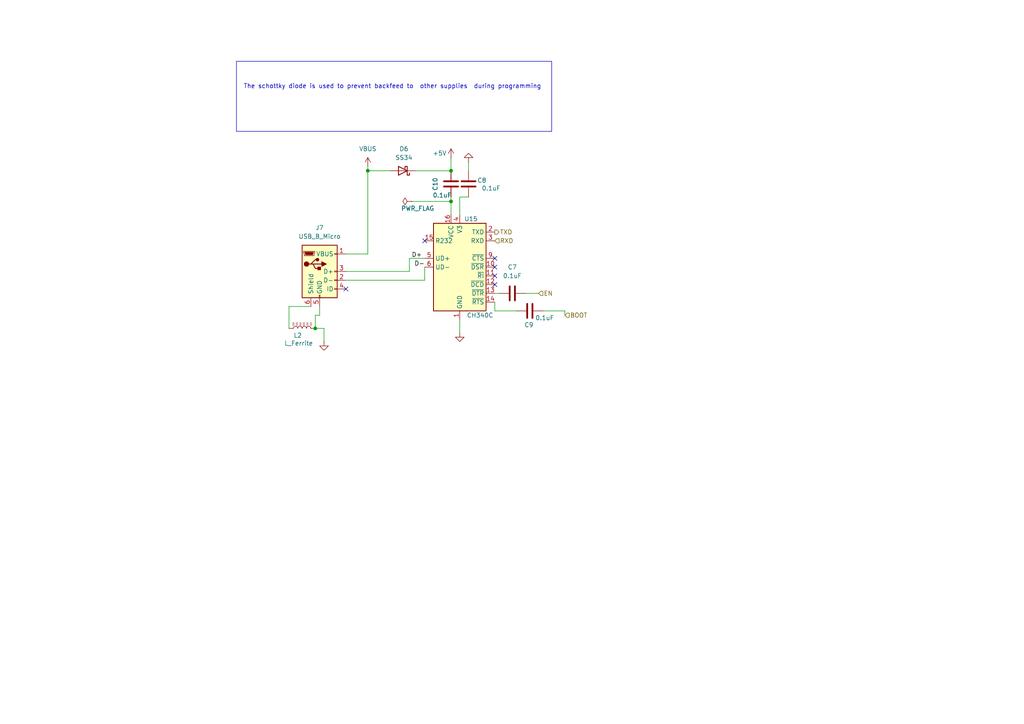
<source format=kicad_sch>
(kicad_sch
	(version 20231120)
	(generator "eeschema")
	(generator_version "8.0")
	(uuid "27084395-3857-4242-9b84-17ee9ddfb7ae")
	(paper "A4")
	(lib_symbols
		(symbol "Connector:USB_B_Micro"
			(pin_names
				(offset 1.016)
			)
			(exclude_from_sim no)
			(in_bom yes)
			(on_board yes)
			(property "Reference" "J"
				(at -5.08 11.43 0)
				(effects
					(font
						(size 1.27 1.27)
					)
					(justify left)
				)
			)
			(property "Value" "USB_B_Micro"
				(at -5.08 8.89 0)
				(effects
					(font
						(size 1.27 1.27)
					)
					(justify left)
				)
			)
			(property "Footprint" ""
				(at 3.81 -1.27 0)
				(effects
					(font
						(size 1.27 1.27)
					)
					(hide yes)
				)
			)
			(property "Datasheet" "~"
				(at 3.81 -1.27 0)
				(effects
					(font
						(size 1.27 1.27)
					)
					(hide yes)
				)
			)
			(property "Description" "USB Micro Type B connector"
				(at 0 0 0)
				(effects
					(font
						(size 1.27 1.27)
					)
					(hide yes)
				)
			)
			(property "ki_keywords" "connector USB micro"
				(at 0 0 0)
				(effects
					(font
						(size 1.27 1.27)
					)
					(hide yes)
				)
			)
			(property "ki_fp_filters" "USB*"
				(at 0 0 0)
				(effects
					(font
						(size 1.27 1.27)
					)
					(hide yes)
				)
			)
			(symbol "USB_B_Micro_0_1"
				(rectangle
					(start -5.08 -7.62)
					(end 5.08 7.62)
					(stroke
						(width 0.254)
						(type default)
					)
					(fill
						(type background)
					)
				)
				(circle
					(center -3.81 2.159)
					(radius 0.635)
					(stroke
						(width 0.254)
						(type default)
					)
					(fill
						(type outline)
					)
				)
				(circle
					(center -0.635 3.429)
					(radius 0.381)
					(stroke
						(width 0.254)
						(type default)
					)
					(fill
						(type outline)
					)
				)
				(rectangle
					(start -0.127 -7.62)
					(end 0.127 -6.858)
					(stroke
						(width 0)
						(type default)
					)
					(fill
						(type none)
					)
				)
				(polyline
					(pts
						(xy -1.905 2.159) (xy 0.635 2.159)
					)
					(stroke
						(width 0.254)
						(type default)
					)
					(fill
						(type none)
					)
				)
				(polyline
					(pts
						(xy -3.175 2.159) (xy -2.54 2.159) (xy -1.27 3.429) (xy -0.635 3.429)
					)
					(stroke
						(width 0.254)
						(type default)
					)
					(fill
						(type none)
					)
				)
				(polyline
					(pts
						(xy -2.54 2.159) (xy -1.905 2.159) (xy -1.27 0.889) (xy 0 0.889)
					)
					(stroke
						(width 0.254)
						(type default)
					)
					(fill
						(type none)
					)
				)
				(polyline
					(pts
						(xy 0.635 2.794) (xy 0.635 1.524) (xy 1.905 2.159) (xy 0.635 2.794)
					)
					(stroke
						(width 0.254)
						(type default)
					)
					(fill
						(type outline)
					)
				)
				(polyline
					(pts
						(xy -4.318 5.588) (xy -1.778 5.588) (xy -2.032 4.826) (xy -4.064 4.826) (xy -4.318 5.588)
					)
					(stroke
						(width 0)
						(type default)
					)
					(fill
						(type outline)
					)
				)
				(polyline
					(pts
						(xy -4.699 5.842) (xy -4.699 5.588) (xy -4.445 4.826) (xy -4.445 4.572) (xy -1.651 4.572) (xy -1.651 4.826)
						(xy -1.397 5.588) (xy -1.397 5.842) (xy -4.699 5.842)
					)
					(stroke
						(width 0)
						(type default)
					)
					(fill
						(type none)
					)
				)
				(rectangle
					(start 0.254 1.27)
					(end -0.508 0.508)
					(stroke
						(width 0.254)
						(type default)
					)
					(fill
						(type outline)
					)
				)
				(rectangle
					(start 5.08 -5.207)
					(end 4.318 -4.953)
					(stroke
						(width 0)
						(type default)
					)
					(fill
						(type none)
					)
				)
				(rectangle
					(start 5.08 -2.667)
					(end 4.318 -2.413)
					(stroke
						(width 0)
						(type default)
					)
					(fill
						(type none)
					)
				)
				(rectangle
					(start 5.08 -0.127)
					(end 4.318 0.127)
					(stroke
						(width 0)
						(type default)
					)
					(fill
						(type none)
					)
				)
				(rectangle
					(start 5.08 4.953)
					(end 4.318 5.207)
					(stroke
						(width 0)
						(type default)
					)
					(fill
						(type none)
					)
				)
			)
			(symbol "USB_B_Micro_1_1"
				(pin power_out line
					(at 7.62 5.08 180)
					(length 2.54)
					(name "VBUS"
						(effects
							(font
								(size 1.27 1.27)
							)
						)
					)
					(number "1"
						(effects
							(font
								(size 1.27 1.27)
							)
						)
					)
				)
				(pin bidirectional line
					(at 7.62 -2.54 180)
					(length 2.54)
					(name "D-"
						(effects
							(font
								(size 1.27 1.27)
							)
						)
					)
					(number "2"
						(effects
							(font
								(size 1.27 1.27)
							)
						)
					)
				)
				(pin bidirectional line
					(at 7.62 0 180)
					(length 2.54)
					(name "D+"
						(effects
							(font
								(size 1.27 1.27)
							)
						)
					)
					(number "3"
						(effects
							(font
								(size 1.27 1.27)
							)
						)
					)
				)
				(pin passive line
					(at 7.62 -5.08 180)
					(length 2.54)
					(name "ID"
						(effects
							(font
								(size 1.27 1.27)
							)
						)
					)
					(number "4"
						(effects
							(font
								(size 1.27 1.27)
							)
						)
					)
				)
				(pin power_out line
					(at 0 -10.16 90)
					(length 2.54)
					(name "GND"
						(effects
							(font
								(size 1.27 1.27)
							)
						)
					)
					(number "5"
						(effects
							(font
								(size 1.27 1.27)
							)
						)
					)
				)
				(pin passive line
					(at -2.54 -10.16 90)
					(length 2.54)
					(name "Shield"
						(effects
							(font
								(size 1.27 1.27)
							)
						)
					)
					(number "6"
						(effects
							(font
								(size 1.27 1.27)
							)
						)
					)
				)
			)
		)
		(symbol "Device:C"
			(pin_numbers hide)
			(pin_names
				(offset 0.254)
			)
			(exclude_from_sim no)
			(in_bom yes)
			(on_board yes)
			(property "Reference" "C"
				(at 0.635 2.54 0)
				(effects
					(font
						(size 1.27 1.27)
					)
					(justify left)
				)
			)
			(property "Value" "C"
				(at 0.635 -2.54 0)
				(effects
					(font
						(size 1.27 1.27)
					)
					(justify left)
				)
			)
			(property "Footprint" ""
				(at 0.9652 -3.81 0)
				(effects
					(font
						(size 1.27 1.27)
					)
					(hide yes)
				)
			)
			(property "Datasheet" "~"
				(at 0 0 0)
				(effects
					(font
						(size 1.27 1.27)
					)
					(hide yes)
				)
			)
			(property "Description" "Unpolarized capacitor"
				(at 0 0 0)
				(effects
					(font
						(size 1.27 1.27)
					)
					(hide yes)
				)
			)
			(property "ki_keywords" "cap capacitor"
				(at 0 0 0)
				(effects
					(font
						(size 1.27 1.27)
					)
					(hide yes)
				)
			)
			(property "ki_fp_filters" "C_*"
				(at 0 0 0)
				(effects
					(font
						(size 1.27 1.27)
					)
					(hide yes)
				)
			)
			(symbol "C_0_1"
				(polyline
					(pts
						(xy -2.032 -0.762) (xy 2.032 -0.762)
					)
					(stroke
						(width 0.508)
						(type default)
					)
					(fill
						(type none)
					)
				)
				(polyline
					(pts
						(xy -2.032 0.762) (xy 2.032 0.762)
					)
					(stroke
						(width 0.508)
						(type default)
					)
					(fill
						(type none)
					)
				)
			)
			(symbol "C_1_1"
				(pin passive line
					(at 0 3.81 270)
					(length 2.794)
					(name "~"
						(effects
							(font
								(size 1.27 1.27)
							)
						)
					)
					(number "1"
						(effects
							(font
								(size 1.27 1.27)
							)
						)
					)
				)
				(pin passive line
					(at 0 -3.81 90)
					(length 2.794)
					(name "~"
						(effects
							(font
								(size 1.27 1.27)
							)
						)
					)
					(number "2"
						(effects
							(font
								(size 1.27 1.27)
							)
						)
					)
				)
			)
		)
		(symbol "Device:L_Ferrite"
			(pin_numbers hide)
			(pin_names
				(offset 1.016) hide)
			(exclude_from_sim no)
			(in_bom yes)
			(on_board yes)
			(property "Reference" "L"
				(at -1.27 0 90)
				(effects
					(font
						(size 1.27 1.27)
					)
				)
			)
			(property "Value" "L_Ferrite"
				(at 2.794 0 90)
				(effects
					(font
						(size 1.27 1.27)
					)
				)
			)
			(property "Footprint" ""
				(at 0 0 0)
				(effects
					(font
						(size 1.27 1.27)
					)
					(hide yes)
				)
			)
			(property "Datasheet" "~"
				(at 0 0 0)
				(effects
					(font
						(size 1.27 1.27)
					)
					(hide yes)
				)
			)
			(property "Description" "Inductor with ferrite core"
				(at 0 0 0)
				(effects
					(font
						(size 1.27 1.27)
					)
					(hide yes)
				)
			)
			(property "ki_keywords" "inductor choke coil reactor magnetic"
				(at 0 0 0)
				(effects
					(font
						(size 1.27 1.27)
					)
					(hide yes)
				)
			)
			(property "ki_fp_filters" "Choke_* *Coil* Inductor_* L_*"
				(at 0 0 0)
				(effects
					(font
						(size 1.27 1.27)
					)
					(hide yes)
				)
			)
			(symbol "L_Ferrite_0_1"
				(arc
					(start 0 -2.54)
					(mid 0.6323 -1.905)
					(end 0 -1.27)
					(stroke
						(width 0)
						(type default)
					)
					(fill
						(type none)
					)
				)
				(arc
					(start 0 -1.27)
					(mid 0.6323 -0.635)
					(end 0 0)
					(stroke
						(width 0)
						(type default)
					)
					(fill
						(type none)
					)
				)
				(polyline
					(pts
						(xy 1.016 -2.794) (xy 1.016 -2.286)
					)
					(stroke
						(width 0)
						(type default)
					)
					(fill
						(type none)
					)
				)
				(polyline
					(pts
						(xy 1.016 -1.778) (xy 1.016 -1.27)
					)
					(stroke
						(width 0)
						(type default)
					)
					(fill
						(type none)
					)
				)
				(polyline
					(pts
						(xy 1.016 -0.762) (xy 1.016 -0.254)
					)
					(stroke
						(width 0)
						(type default)
					)
					(fill
						(type none)
					)
				)
				(polyline
					(pts
						(xy 1.016 0.254) (xy 1.016 0.762)
					)
					(stroke
						(width 0)
						(type default)
					)
					(fill
						(type none)
					)
				)
				(polyline
					(pts
						(xy 1.016 1.27) (xy 1.016 1.778)
					)
					(stroke
						(width 0)
						(type default)
					)
					(fill
						(type none)
					)
				)
				(polyline
					(pts
						(xy 1.016 2.286) (xy 1.016 2.794)
					)
					(stroke
						(width 0)
						(type default)
					)
					(fill
						(type none)
					)
				)
				(polyline
					(pts
						(xy 1.524 -2.286) (xy 1.524 -2.794)
					)
					(stroke
						(width 0)
						(type default)
					)
					(fill
						(type none)
					)
				)
				(polyline
					(pts
						(xy 1.524 -1.27) (xy 1.524 -1.778)
					)
					(stroke
						(width 0)
						(type default)
					)
					(fill
						(type none)
					)
				)
				(polyline
					(pts
						(xy 1.524 -0.254) (xy 1.524 -0.762)
					)
					(stroke
						(width 0)
						(type default)
					)
					(fill
						(type none)
					)
				)
				(polyline
					(pts
						(xy 1.524 0.762) (xy 1.524 0.254)
					)
					(stroke
						(width 0)
						(type default)
					)
					(fill
						(type none)
					)
				)
				(polyline
					(pts
						(xy 1.524 1.778) (xy 1.524 1.27)
					)
					(stroke
						(width 0)
						(type default)
					)
					(fill
						(type none)
					)
				)
				(polyline
					(pts
						(xy 1.524 2.794) (xy 1.524 2.286)
					)
					(stroke
						(width 0)
						(type default)
					)
					(fill
						(type none)
					)
				)
				(arc
					(start 0 0)
					(mid 0.6323 0.635)
					(end 0 1.27)
					(stroke
						(width 0)
						(type default)
					)
					(fill
						(type none)
					)
				)
				(arc
					(start 0 1.27)
					(mid 0.6323 1.905)
					(end 0 2.54)
					(stroke
						(width 0)
						(type default)
					)
					(fill
						(type none)
					)
				)
			)
			(symbol "L_Ferrite_1_1"
				(pin passive line
					(at 0 3.81 270)
					(length 1.27)
					(name "1"
						(effects
							(font
								(size 1.27 1.27)
							)
						)
					)
					(number "1"
						(effects
							(font
								(size 1.27 1.27)
							)
						)
					)
				)
				(pin passive line
					(at 0 -3.81 90)
					(length 1.27)
					(name "2"
						(effects
							(font
								(size 1.27 1.27)
							)
						)
					)
					(number "2"
						(effects
							(font
								(size 1.27 1.27)
							)
						)
					)
				)
			)
		)
		(symbol "Diode:SS34"
			(pin_numbers hide)
			(pin_names
				(offset 1.016) hide)
			(exclude_from_sim no)
			(in_bom yes)
			(on_board yes)
			(property "Reference" "D"
				(at 0 2.54 0)
				(effects
					(font
						(size 1.27 1.27)
					)
				)
			)
			(property "Value" "SS34"
				(at 0 -2.54 0)
				(effects
					(font
						(size 1.27 1.27)
					)
				)
			)
			(property "Footprint" "Diode_SMD:D_SMA"
				(at 0 -4.445 0)
				(effects
					(font
						(size 1.27 1.27)
					)
					(hide yes)
				)
			)
			(property "Datasheet" "https://www.vishay.com/docs/88751/ss32.pdf"
				(at 0 0 0)
				(effects
					(font
						(size 1.27 1.27)
					)
					(hide yes)
				)
			)
			(property "Description" "40V 3A Schottky Diode, SMA"
				(at 0 0 0)
				(effects
					(font
						(size 1.27 1.27)
					)
					(hide yes)
				)
			)
			(property "ki_keywords" "diode Schottky"
				(at 0 0 0)
				(effects
					(font
						(size 1.27 1.27)
					)
					(hide yes)
				)
			)
			(property "ki_fp_filters" "D*SMA*"
				(at 0 0 0)
				(effects
					(font
						(size 1.27 1.27)
					)
					(hide yes)
				)
			)
			(symbol "SS34_0_1"
				(polyline
					(pts
						(xy 1.27 0) (xy -1.27 0)
					)
					(stroke
						(width 0)
						(type default)
					)
					(fill
						(type none)
					)
				)
				(polyline
					(pts
						(xy 1.27 1.27) (xy 1.27 -1.27) (xy -1.27 0) (xy 1.27 1.27)
					)
					(stroke
						(width 0.254)
						(type default)
					)
					(fill
						(type none)
					)
				)
				(polyline
					(pts
						(xy -1.905 0.635) (xy -1.905 1.27) (xy -1.27 1.27) (xy -1.27 -1.27) (xy -0.635 -1.27) (xy -0.635 -0.635)
					)
					(stroke
						(width 0.254)
						(type default)
					)
					(fill
						(type none)
					)
				)
			)
			(symbol "SS34_1_1"
				(pin passive line
					(at -3.81 0 0)
					(length 2.54)
					(name "K"
						(effects
							(font
								(size 1.27 1.27)
							)
						)
					)
					(number "1"
						(effects
							(font
								(size 1.27 1.27)
							)
						)
					)
				)
				(pin passive line
					(at 3.81 0 180)
					(length 2.54)
					(name "A"
						(effects
							(font
								(size 1.27 1.27)
							)
						)
					)
					(number "2"
						(effects
							(font
								(size 1.27 1.27)
							)
						)
					)
				)
			)
		)
		(symbol "Interface_USB:CH340C"
			(exclude_from_sim no)
			(in_bom yes)
			(on_board yes)
			(property "Reference" "U"
				(at -5.08 13.97 0)
				(effects
					(font
						(size 1.27 1.27)
					)
					(justify right)
				)
			)
			(property "Value" "CH340C"
				(at 1.27 13.97 0)
				(effects
					(font
						(size 1.27 1.27)
					)
					(justify left)
				)
			)
			(property "Footprint" "Package_SO:SOIC-16_3.9x9.9mm_P1.27mm"
				(at -18.542 30.226 0)
				(effects
					(font
						(size 1.27 1.27)
					)
					(justify left)
					(hide yes)
				)
			)
			(property "Datasheet" "https://datasheet.lcsc.com/szlcsc/Jiangsu-Qin-Heng-CH340C_C84681.pdf"
				(at -6.604 33.274 0)
				(effects
					(font
						(size 1.27 1.27)
					)
					(hide yes)
				)
			)
			(property "Description" "USB serial converter, crystal-less, UART, SOIC-16"
				(at -1.524 36.068 0)
				(effects
					(font
						(size 1.27 1.27)
					)
					(hide yes)
				)
			)
			(property "ki_keywords" "USB UART Serial Converter Interface"
				(at 0 0 0)
				(effects
					(font
						(size 1.27 1.27)
					)
					(hide yes)
				)
			)
			(property "ki_fp_filters" "SOIC*3.9x9.9mm*P1.27mm*"
				(at 0 0 0)
				(effects
					(font
						(size 1.27 1.27)
					)
					(hide yes)
				)
			)
			(symbol "CH340C_0_1"
				(rectangle
					(start -7.62 12.7)
					(end 7.62 -12.7)
					(stroke
						(width 0.254)
						(type default)
					)
					(fill
						(type background)
					)
				)
			)
			(symbol "CH340C_1_1"
				(pin power_in line
					(at 0 -15.24 90)
					(length 2.54)
					(name "GND"
						(effects
							(font
								(size 1.27 1.27)
							)
						)
					)
					(number "1"
						(effects
							(font
								(size 1.27 1.27)
							)
						)
					)
				)
				(pin input line
					(at 10.16 0 180)
					(length 2.54)
					(name "~{DSR}"
						(effects
							(font
								(size 1.27 1.27)
							)
						)
					)
					(number "10"
						(effects
							(font
								(size 1.27 1.27)
							)
						)
					)
				)
				(pin input line
					(at 10.16 -2.54 180)
					(length 2.54)
					(name "~{RI}"
						(effects
							(font
								(size 1.27 1.27)
							)
						)
					)
					(number "11"
						(effects
							(font
								(size 1.27 1.27)
							)
						)
					)
				)
				(pin input line
					(at 10.16 -5.08 180)
					(length 2.54)
					(name "~{DCD}"
						(effects
							(font
								(size 1.27 1.27)
							)
						)
					)
					(number "12"
						(effects
							(font
								(size 1.27 1.27)
							)
						)
					)
				)
				(pin output line
					(at 10.16 -7.62 180)
					(length 2.54)
					(name "~{DTR}"
						(effects
							(font
								(size 1.27 1.27)
							)
						)
					)
					(number "13"
						(effects
							(font
								(size 1.27 1.27)
							)
						)
					)
				)
				(pin output line
					(at 10.16 -10.16 180)
					(length 2.54)
					(name "~{RTS}"
						(effects
							(font
								(size 1.27 1.27)
							)
						)
					)
					(number "14"
						(effects
							(font
								(size 1.27 1.27)
							)
						)
					)
				)
				(pin input line
					(at -10.16 7.62 0)
					(length 2.54)
					(name "R232"
						(effects
							(font
								(size 1.27 1.27)
							)
						)
					)
					(number "15"
						(effects
							(font
								(size 1.27 1.27)
							)
						)
					)
				)
				(pin power_in line
					(at -2.54 15.24 270)
					(length 2.54)
					(name "VCC"
						(effects
							(font
								(size 1.27 1.27)
							)
						)
					)
					(number "16"
						(effects
							(font
								(size 1.27 1.27)
							)
						)
					)
				)
				(pin output line
					(at 10.16 10.16 180)
					(length 2.54)
					(name "TXD"
						(effects
							(font
								(size 1.27 1.27)
							)
						)
					)
					(number "2"
						(effects
							(font
								(size 1.27 1.27)
							)
						)
					)
				)
				(pin input line
					(at 10.16 7.62 180)
					(length 2.54)
					(name "RXD"
						(effects
							(font
								(size 1.27 1.27)
							)
						)
					)
					(number "3"
						(effects
							(font
								(size 1.27 1.27)
							)
						)
					)
				)
				(pin power_out line
					(at 0 15.24 270)
					(length 2.54)
					(name "V3"
						(effects
							(font
								(size 1.27 1.27)
							)
						)
					)
					(number "4"
						(effects
							(font
								(size 1.27 1.27)
							)
						)
					)
				)
				(pin bidirectional line
					(at -10.16 2.54 0)
					(length 2.54)
					(name "UD+"
						(effects
							(font
								(size 1.27 1.27)
							)
						)
					)
					(number "5"
						(effects
							(font
								(size 1.27 1.27)
							)
						)
					)
				)
				(pin bidirectional line
					(at -10.16 0 0)
					(length 2.54)
					(name "UD-"
						(effects
							(font
								(size 1.27 1.27)
							)
						)
					)
					(number "6"
						(effects
							(font
								(size 1.27 1.27)
							)
						)
					)
				)
				(pin no_connect line
					(at -7.62 -5.08 0)
					(length 2.54) hide
					(name "NC"
						(effects
							(font
								(size 1.27 1.27)
							)
						)
					)
					(number "7"
						(effects
							(font
								(size 1.27 1.27)
							)
						)
					)
				)
				(pin no_connect line
					(at -7.62 -7.62 0)
					(length 2.54) hide
					(name "NC"
						(effects
							(font
								(size 1.27 1.27)
							)
						)
					)
					(number "8"
						(effects
							(font
								(size 1.27 1.27)
							)
						)
					)
				)
				(pin input line
					(at 10.16 2.54 180)
					(length 2.54)
					(name "~{CTS}"
						(effects
							(font
								(size 1.27 1.27)
							)
						)
					)
					(number "9"
						(effects
							(font
								(size 1.27 1.27)
							)
						)
					)
				)
			)
		)
		(symbol "power:+5V"
			(power)
			(pin_numbers hide)
			(pin_names
				(offset 0) hide)
			(exclude_from_sim no)
			(in_bom yes)
			(on_board yes)
			(property "Reference" "#PWR"
				(at 0 -3.81 0)
				(effects
					(font
						(size 1.27 1.27)
					)
					(hide yes)
				)
			)
			(property "Value" "+5V"
				(at 0 3.556 0)
				(effects
					(font
						(size 1.27 1.27)
					)
				)
			)
			(property "Footprint" ""
				(at 0 0 0)
				(effects
					(font
						(size 1.27 1.27)
					)
					(hide yes)
				)
			)
			(property "Datasheet" ""
				(at 0 0 0)
				(effects
					(font
						(size 1.27 1.27)
					)
					(hide yes)
				)
			)
			(property "Description" "Power symbol creates a global label with name \"+5V\""
				(at 0 0 0)
				(effects
					(font
						(size 1.27 1.27)
					)
					(hide yes)
				)
			)
			(property "ki_keywords" "global power"
				(at 0 0 0)
				(effects
					(font
						(size 1.27 1.27)
					)
					(hide yes)
				)
			)
			(symbol "+5V_0_1"
				(polyline
					(pts
						(xy -0.762 1.27) (xy 0 2.54)
					)
					(stroke
						(width 0)
						(type default)
					)
					(fill
						(type none)
					)
				)
				(polyline
					(pts
						(xy 0 0) (xy 0 2.54)
					)
					(stroke
						(width 0)
						(type default)
					)
					(fill
						(type none)
					)
				)
				(polyline
					(pts
						(xy 0 2.54) (xy 0.762 1.27)
					)
					(stroke
						(width 0)
						(type default)
					)
					(fill
						(type none)
					)
				)
			)
			(symbol "+5V_1_1"
				(pin power_in line
					(at 0 0 90)
					(length 0)
					(name "~"
						(effects
							(font
								(size 1.27 1.27)
							)
						)
					)
					(number "1"
						(effects
							(font
								(size 1.27 1.27)
							)
						)
					)
				)
			)
		)
		(symbol "power:GND"
			(power)
			(pin_numbers hide)
			(pin_names
				(offset 0) hide)
			(exclude_from_sim no)
			(in_bom yes)
			(on_board yes)
			(property "Reference" "#PWR"
				(at 0 -6.35 0)
				(effects
					(font
						(size 1.27 1.27)
					)
					(hide yes)
				)
			)
			(property "Value" "GND"
				(at 0 -3.81 0)
				(effects
					(font
						(size 1.27 1.27)
					)
				)
			)
			(property "Footprint" ""
				(at 0 0 0)
				(effects
					(font
						(size 1.27 1.27)
					)
					(hide yes)
				)
			)
			(property "Datasheet" ""
				(at 0 0 0)
				(effects
					(font
						(size 1.27 1.27)
					)
					(hide yes)
				)
			)
			(property "Description" "Power symbol creates a global label with name \"GND\" , ground"
				(at 0 0 0)
				(effects
					(font
						(size 1.27 1.27)
					)
					(hide yes)
				)
			)
			(property "ki_keywords" "global power"
				(at 0 0 0)
				(effects
					(font
						(size 1.27 1.27)
					)
					(hide yes)
				)
			)
			(symbol "GND_0_1"
				(polyline
					(pts
						(xy 0 0) (xy 0 -1.27) (xy 1.27 -1.27) (xy 0 -2.54) (xy -1.27 -1.27) (xy 0 -1.27)
					)
					(stroke
						(width 0)
						(type default)
					)
					(fill
						(type none)
					)
				)
			)
			(symbol "GND_1_1"
				(pin power_in line
					(at 0 0 270)
					(length 0)
					(name "~"
						(effects
							(font
								(size 1.27 1.27)
							)
						)
					)
					(number "1"
						(effects
							(font
								(size 1.27 1.27)
							)
						)
					)
				)
			)
		)
		(symbol "power:PWR_FLAG"
			(power)
			(pin_numbers hide)
			(pin_names
				(offset 0) hide)
			(exclude_from_sim no)
			(in_bom yes)
			(on_board yes)
			(property "Reference" "#FLG"
				(at 0 1.905 0)
				(effects
					(font
						(size 1.27 1.27)
					)
					(hide yes)
				)
			)
			(property "Value" "PWR_FLAG"
				(at 0 3.81 0)
				(effects
					(font
						(size 1.27 1.27)
					)
				)
			)
			(property "Footprint" ""
				(at 0 0 0)
				(effects
					(font
						(size 1.27 1.27)
					)
					(hide yes)
				)
			)
			(property "Datasheet" "~"
				(at 0 0 0)
				(effects
					(font
						(size 1.27 1.27)
					)
					(hide yes)
				)
			)
			(property "Description" "Special symbol for telling ERC where power comes from"
				(at 0 0 0)
				(effects
					(font
						(size 1.27 1.27)
					)
					(hide yes)
				)
			)
			(property "ki_keywords" "flag power"
				(at 0 0 0)
				(effects
					(font
						(size 1.27 1.27)
					)
					(hide yes)
				)
			)
			(symbol "PWR_FLAG_0_0"
				(pin power_out line
					(at 0 0 90)
					(length 0)
					(name "~"
						(effects
							(font
								(size 1.27 1.27)
							)
						)
					)
					(number "1"
						(effects
							(font
								(size 1.27 1.27)
							)
						)
					)
				)
			)
			(symbol "PWR_FLAG_0_1"
				(polyline
					(pts
						(xy 0 0) (xy 0 1.27) (xy -1.016 1.905) (xy 0 2.54) (xy 1.016 1.905) (xy 0 1.27)
					)
					(stroke
						(width 0)
						(type default)
					)
					(fill
						(type none)
					)
				)
			)
		)
		(symbol "power:VBUS"
			(power)
			(pin_numbers hide)
			(pin_names
				(offset 0) hide)
			(exclude_from_sim no)
			(in_bom yes)
			(on_board yes)
			(property "Reference" "#PWR"
				(at 0 -3.81 0)
				(effects
					(font
						(size 1.27 1.27)
					)
					(hide yes)
				)
			)
			(property "Value" "VBUS"
				(at 0 3.556 0)
				(effects
					(font
						(size 1.27 1.27)
					)
				)
			)
			(property "Footprint" ""
				(at 0 0 0)
				(effects
					(font
						(size 1.27 1.27)
					)
					(hide yes)
				)
			)
			(property "Datasheet" ""
				(at 0 0 0)
				(effects
					(font
						(size 1.27 1.27)
					)
					(hide yes)
				)
			)
			(property "Description" "Power symbol creates a global label with name \"VBUS\""
				(at 0 0 0)
				(effects
					(font
						(size 1.27 1.27)
					)
					(hide yes)
				)
			)
			(property "ki_keywords" "global power"
				(at 0 0 0)
				(effects
					(font
						(size 1.27 1.27)
					)
					(hide yes)
				)
			)
			(symbol "VBUS_0_1"
				(polyline
					(pts
						(xy -0.762 1.27) (xy 0 2.54)
					)
					(stroke
						(width 0)
						(type default)
					)
					(fill
						(type none)
					)
				)
				(polyline
					(pts
						(xy 0 0) (xy 0 2.54)
					)
					(stroke
						(width 0)
						(type default)
					)
					(fill
						(type none)
					)
				)
				(polyline
					(pts
						(xy 0 2.54) (xy 0.762 1.27)
					)
					(stroke
						(width 0)
						(type default)
					)
					(fill
						(type none)
					)
				)
			)
			(symbol "VBUS_1_1"
				(pin power_in line
					(at 0 0 90)
					(length 0)
					(name "~"
						(effects
							(font
								(size 1.27 1.27)
							)
						)
					)
					(number "1"
						(effects
							(font
								(size 1.27 1.27)
							)
						)
					)
				)
			)
		)
	)
	(junction
		(at 130.81 58.42)
		(diameter 0)
		(color 0 0 0 0)
		(uuid "0a29af1c-dfda-4453-9d6c-3e25873dc01c")
	)
	(junction
		(at 106.68 49.53)
		(diameter 0)
		(color 0 0 0 0)
		(uuid "8de6f57a-cf77-4373-bd20-26a85864107e")
	)
	(junction
		(at 91.44 95.25)
		(diameter 0)
		(color 0 0 0 0)
		(uuid "922609cd-3118-46d5-a37d-a2c83054fcf7")
	)
	(junction
		(at 130.81 49.53)
		(diameter 0)
		(color 0 0 0 0)
		(uuid "d3aff62b-bb6f-4887-ad67-ff0562bc8370")
	)
	(no_connect
		(at 123.19 69.85)
		(uuid "15b12cdb-7ac8-4e1c-bfc7-2ea9b0638474")
	)
	(no_connect
		(at 100.33 83.82)
		(uuid "4962d738-c6cc-41dc-88f2-49c03f38adb5")
	)
	(no_connect
		(at 143.51 77.47)
		(uuid "649e0203-909d-43c1-96c2-afff9ba45288")
	)
	(no_connect
		(at 143.51 74.93)
		(uuid "803c1e6f-1a25-4ee2-b903-a6fe1a03cf86")
	)
	(no_connect
		(at 143.51 82.55)
		(uuid "8a03d5d6-2efd-4b5e-b84c-f04148e8d9b1")
	)
	(no_connect
		(at 143.51 80.01)
		(uuid "a5cab498-7f74-43ac-aecc-6e4b90d7cc7e")
	)
	(wire
		(pts
			(xy 118.745 78.74) (xy 118.745 74.93)
		)
		(stroke
			(width 0)
			(type default)
		)
		(uuid "02f4cda6-b843-49f0-b94b-baa18d8b9545")
	)
	(wire
		(pts
			(xy 83.82 88.9) (xy 90.17 88.9)
		)
		(stroke
			(width 0)
			(type default)
		)
		(uuid "0ac10035-539b-4acd-88fa-fe00d49e9c6c")
	)
	(wire
		(pts
			(xy 91.44 95.25) (xy 93.98 95.25)
		)
		(stroke
			(width 0)
			(type default)
		)
		(uuid "0d8931d5-6dbe-44a8-ad98-f6931895cab1")
	)
	(wire
		(pts
			(xy 123.19 81.28) (xy 123.19 77.47)
		)
		(stroke
			(width 0)
			(type default)
		)
		(uuid "2304a008-e9aa-45b2-8c97-bdd243a54d3b")
	)
	(wire
		(pts
			(xy 100.33 81.28) (xy 123.19 81.28)
		)
		(stroke
			(width 0)
			(type default)
		)
		(uuid "24145f57-b084-4f19-932f-e77c5d019037")
	)
	(wire
		(pts
			(xy 118.745 74.93) (xy 123.19 74.93)
		)
		(stroke
			(width 0)
			(type default)
		)
		(uuid "4f044111-1c9e-4d1d-96a7-957fb50a7a1e")
	)
	(wire
		(pts
			(xy 100.33 78.74) (xy 118.745 78.74)
		)
		(stroke
			(width 0)
			(type default)
		)
		(uuid "50440773-91cc-4270-84b8-d531d6cf6d46")
	)
	(wire
		(pts
			(xy 130.81 45.72) (xy 130.81 49.53)
		)
		(stroke
			(width 0)
			(type default)
		)
		(uuid "532c1632-a70e-4da7-a09f-f953eefed79d")
	)
	(wire
		(pts
			(xy 133.35 92.71) (xy 133.35 96.52)
		)
		(stroke
			(width 0)
			(type default)
		)
		(uuid "5eaf4984-e9f2-472c-b21a-6b77f5182c37")
	)
	(wire
		(pts
			(xy 130.81 58.42) (xy 130.81 62.23)
		)
		(stroke
			(width 0)
			(type default)
		)
		(uuid "60c0d724-a84b-4f75-a55d-c305b204a06f")
	)
	(wire
		(pts
			(xy 143.51 85.09) (xy 144.78 85.09)
		)
		(stroke
			(width 0)
			(type default)
		)
		(uuid "834ed95b-ca61-4068-b42c-5e9d65a21fa1")
	)
	(wire
		(pts
			(xy 133.35 57.15) (xy 135.89 57.15)
		)
		(stroke
			(width 0)
			(type default)
		)
		(uuid "8505bc92-bc17-45fd-9525-07856738eac7")
	)
	(wire
		(pts
			(xy 143.51 90.17) (xy 149.86 90.17)
		)
		(stroke
			(width 0)
			(type default)
		)
		(uuid "87941338-ff8b-47a8-9999-1c44e6514569")
	)
	(wire
		(pts
			(xy 92.71 91.44) (xy 91.44 91.44)
		)
		(stroke
			(width 0)
			(type default)
		)
		(uuid "8977b36b-7aaa-413c-b7f1-d6197d8df3d0")
	)
	(wire
		(pts
			(xy 157.48 90.17) (xy 163.83 90.17)
		)
		(stroke
			(width 0)
			(type default)
		)
		(uuid "a914012b-ed81-4e92-aefd-0111fb982ef7")
	)
	(wire
		(pts
			(xy 106.68 49.53) (xy 106.68 73.66)
		)
		(stroke
			(width 0)
			(type default)
		)
		(uuid "aa9ed543-07ff-4412-be22-c8d108a2a021")
	)
	(wire
		(pts
			(xy 93.98 99.06) (xy 93.98 95.25)
		)
		(stroke
			(width 0)
			(type default)
		)
		(uuid "adc947e4-b2a5-41c0-b031-b39563941758")
	)
	(wire
		(pts
			(xy 152.4 85.09) (xy 156.21 85.09)
		)
		(stroke
			(width 0)
			(type default)
		)
		(uuid "ae9ce695-a683-49d3-8089-6230f4699787")
	)
	(wire
		(pts
			(xy 113.03 49.53) (xy 106.68 49.53)
		)
		(stroke
			(width 0)
			(type default)
		)
		(uuid "b6b23b50-a2bb-497f-9e13-fb08bc25d2ac")
	)
	(wire
		(pts
			(xy 83.82 95.25) (xy 83.82 88.9)
		)
		(stroke
			(width 0)
			(type default)
		)
		(uuid "b79ced99-4b54-40fc-aa19-70257be528b4")
	)
	(wire
		(pts
			(xy 120.65 49.53) (xy 130.81 49.53)
		)
		(stroke
			(width 0)
			(type default)
		)
		(uuid "c3009a2c-3444-4ecc-ba51-7a38548eabb6")
	)
	(wire
		(pts
			(xy 133.35 62.23) (xy 133.35 57.15)
		)
		(stroke
			(width 0)
			(type default)
		)
		(uuid "ce349b1e-bd91-416e-a453-4c0537f1ea89")
	)
	(wire
		(pts
			(xy 163.83 90.17) (xy 163.83 91.44)
		)
		(stroke
			(width 0)
			(type default)
		)
		(uuid "d007d842-96f2-4f96-85a5-197ccc7da339")
	)
	(wire
		(pts
			(xy 106.68 48.26) (xy 106.68 49.53)
		)
		(stroke
			(width 0)
			(type default)
		)
		(uuid "db60326e-bed1-41ee-92a0-410988795d2c")
	)
	(wire
		(pts
			(xy 130.81 57.15) (xy 130.81 58.42)
		)
		(stroke
			(width 0)
			(type default)
		)
		(uuid "e3714d00-b0fb-4eb7-8617-41d96a7c712d")
	)
	(wire
		(pts
			(xy 92.71 88.9) (xy 92.71 91.44)
		)
		(stroke
			(width 0)
			(type default)
		)
		(uuid "e3bd48ce-5201-4a1a-8971-327441a3df7d")
	)
	(wire
		(pts
			(xy 100.33 73.66) (xy 106.68 73.66)
		)
		(stroke
			(width 0)
			(type default)
		)
		(uuid "e66ba485-4ef2-4138-bec2-f085c07c0ea4")
	)
	(wire
		(pts
			(xy 119.38 58.42) (xy 130.81 58.42)
		)
		(stroke
			(width 0)
			(type default)
		)
		(uuid "eccfc848-b54d-4000-8cd1-de792df00698")
	)
	(wire
		(pts
			(xy 91.44 91.44) (xy 91.44 95.25)
		)
		(stroke
			(width 0)
			(type default)
		)
		(uuid "eda4d70b-b2fe-4dcd-8644-7b89381d0aa7")
	)
	(wire
		(pts
			(xy 143.51 90.17) (xy 143.51 87.63)
		)
		(stroke
			(width 0)
			(type default)
		)
		(uuid "f68f4d9e-a139-48c0-a847-1221c3ac5177")
	)
	(wire
		(pts
			(xy 135.89 46.99) (xy 135.89 49.53)
		)
		(stroke
			(width 0)
			(type default)
		)
		(uuid "f87a8539-b7f1-4e24-b089-f70087288fc0")
	)
	(text_box ""
		(exclude_from_sim no)
		(at 68.58 17.78 0)
		(size 91.44 20.32)
		(stroke
			(width 0)
			(type default)
		)
		(fill
			(type none)
		)
		(effects
			(font
				(size 1.27 1.27)
			)
			(justify left top)
		)
		(uuid "a420de91-0328-460b-8c90-47fa07b7bf26")
	)
	(text "The schottky diode is used to prevent backfeed to  other supplies  during programming "
		(exclude_from_sim no)
		(at 114.3 25.146 0)
		(effects
			(font
				(size 1.27 1.27)
			)
		)
		(uuid "e940f165-b392-4320-b0f9-343a43d43a7a")
	)
	(label "D-"
		(at 123.19 77.47 180)
		(effects
			(font
				(size 1.27 1.27)
			)
			(justify right bottom)
		)
		(uuid "52ea0b76-aed9-4d10-ad76-bdfaba0e07e2")
	)
	(label "D+"
		(at 119.38 74.93 0)
		(effects
			(font
				(size 1.27 1.27)
			)
			(justify left bottom)
		)
		(uuid "7c7be9b7-a738-4ba4-98e7-6e0fdd0d1425")
	)
	(hierarchical_label "EN "
		(shape input)
		(at 156.21 85.09 0)
		(effects
			(font
				(size 1.27 1.27)
			)
			(justify left)
		)
		(uuid "11979401-6079-467a-be2e-d38763ca4a14")
	)
	(hierarchical_label "TXD"
		(shape output)
		(at 143.51 67.31 0)
		(effects
			(font
				(size 1.27 1.27)
			)
			(justify left)
		)
		(uuid "5a673628-2b9c-4629-b5ea-85367d3fb6d4")
	)
	(hierarchical_label "BOOT"
		(shape input)
		(at 163.83 91.44 0)
		(effects
			(font
				(size 1.27 1.27)
			)
			(justify left)
		)
		(uuid "6bcc8a9c-69d0-45a3-a830-44b3a016ec5b")
	)
	(hierarchical_label "RXD"
		(shape input)
		(at 143.51 69.85 0)
		(effects
			(font
				(size 1.27 1.27)
			)
			(justify left)
		)
		(uuid "b931ff14-c066-4ae1-adb6-f2055fb1b858")
	)
	(symbol
		(lib_id "Device:C")
		(at 153.67 90.17 90)
		(unit 1)
		(exclude_from_sim no)
		(in_bom yes)
		(on_board yes)
		(dnp no)
		(uuid "02d1cc83-ed3a-4b23-86fe-98ca6ebbf6f2")
		(property "Reference" "C9"
			(at 153.416 94.234 90)
			(effects
				(font
					(size 1.27 1.27)
				)
			)
		)
		(property "Value" "0.1uF"
			(at 157.988 92.202 90)
			(effects
				(font
					(size 1.27 1.27)
				)
			)
		)
		(property "Footprint" "Capacitor_SMD:C_1808_4520Metric"
			(at 157.48 89.2048 0)
			(effects
				(font
					(size 1.27 1.27)
				)
				(hide yes)
			)
		)
		(property "Datasheet" "~"
			(at 153.67 90.17 0)
			(effects
				(font
					(size 1.27 1.27)
				)
				(hide yes)
			)
		)
		(property "Description" "Unpolarized capacitor"
			(at 153.67 90.17 0)
			(effects
				(font
					(size 1.27 1.27)
				)
				(hide yes)
			)
		)
		(pin "1"
			(uuid "d0fc476b-6a45-4f4e-81fd-2f12b691ce20")
		)
		(pin "2"
			(uuid "aaef0873-9ab9-4a3d-ad2e-ab1230253cc4")
		)
		(instances
			(project "farmty"
				(path "/0fdfe1ab-72bc-4993-b1c2-70ee1668a905/1df4a614-7430-4959-9378-c97df7142136"
					(reference "C9")
					(unit 1)
				)
			)
		)
	)
	(symbol
		(lib_id "Device:L_Ferrite")
		(at 87.63 95.25 90)
		(unit 1)
		(exclude_from_sim no)
		(in_bom yes)
		(on_board yes)
		(dnp no)
		(uuid "064e6a27-f552-4e7a-ae25-3e7df5dd5321")
		(property "Reference" "L2"
			(at 86.36 97.282 90)
			(effects
				(font
					(size 1.27 1.27)
				)
			)
		)
		(property "Value" "L_Ferrite"
			(at 86.614 99.568 90)
			(effects
				(font
					(size 1.27 1.27)
				)
			)
		)
		(property "Footprint" "Inductor_SMD:L_1806_4516Metric"
			(at 87.63 95.25 0)
			(effects
				(font
					(size 1.27 1.27)
				)
				(hide yes)
			)
		)
		(property "Datasheet" "~"
			(at 87.63 95.25 0)
			(effects
				(font
					(size 1.27 1.27)
				)
				(hide yes)
			)
		)
		(property "Description" "Inductor with ferrite core"
			(at 87.63 95.25 0)
			(effects
				(font
					(size 1.27 1.27)
				)
				(hide yes)
			)
		)
		(pin "2"
			(uuid "bfb69da0-3a73-4155-8af1-660f6e32c4c4")
		)
		(pin "1"
			(uuid "24874f40-215b-42e2-a321-54d3c18ef571")
		)
		(instances
			(project ""
				(path "/0fdfe1ab-72bc-4993-b1c2-70ee1668a905/1df4a614-7430-4959-9378-c97df7142136"
					(reference "L2")
					(unit 1)
				)
			)
		)
	)
	(symbol
		(lib_id "Diode:SS34")
		(at 116.84 49.53 180)
		(unit 1)
		(exclude_from_sim no)
		(in_bom yes)
		(on_board yes)
		(dnp no)
		(fields_autoplaced yes)
		(uuid "1ad11e34-70c2-4144-89c6-56d189935d58")
		(property "Reference" "D6"
			(at 117.1575 43.18 0)
			(effects
				(font
					(size 1.27 1.27)
				)
			)
		)
		(property "Value" "SS34"
			(at 117.1575 45.72 0)
			(effects
				(font
					(size 1.27 1.27)
				)
			)
		)
		(property "Footprint" "Diode_SMD:D_SMA"
			(at 116.84 45.085 0)
			(effects
				(font
					(size 1.27 1.27)
				)
				(hide yes)
			)
		)
		(property "Datasheet" "https://www.vishay.com/docs/88751/ss32.pdf"
			(at 116.84 49.53 0)
			(effects
				(font
					(size 1.27 1.27)
				)
				(hide yes)
			)
		)
		(property "Description" "40V 3A Schottky Diode, SMA"
			(at 116.84 49.53 0)
			(effects
				(font
					(size 1.27 1.27)
				)
				(hide yes)
			)
		)
		(pin "2"
			(uuid "2c836ea9-70b0-44c6-9a78-2ca69ca583e3")
		)
		(pin "1"
			(uuid "03d15af2-b7ff-498d-81c9-320d76c79d69")
		)
		(instances
			(project ""
				(path "/0fdfe1ab-72bc-4993-b1c2-70ee1668a905/1df4a614-7430-4959-9378-c97df7142136"
					(reference "D6")
					(unit 1)
				)
			)
		)
	)
	(symbol
		(lib_id "Device:C")
		(at 148.59 85.09 90)
		(unit 1)
		(exclude_from_sim no)
		(in_bom yes)
		(on_board yes)
		(dnp no)
		(fields_autoplaced yes)
		(uuid "78983ffb-e638-40b4-aa18-b96e13e006c5")
		(property "Reference" "C7"
			(at 148.59 77.47 90)
			(effects
				(font
					(size 1.27 1.27)
				)
			)
		)
		(property "Value" "0.1uF"
			(at 148.59 80.01 90)
			(effects
				(font
					(size 1.27 1.27)
				)
			)
		)
		(property "Footprint" "Capacitor_SMD:C_1808_4520Metric"
			(at 152.4 84.1248 0)
			(effects
				(font
					(size 1.27 1.27)
				)
				(hide yes)
			)
		)
		(property "Datasheet" "~"
			(at 148.59 85.09 0)
			(effects
				(font
					(size 1.27 1.27)
				)
				(hide yes)
			)
		)
		(property "Description" "Unpolarized capacitor"
			(at 148.59 85.09 0)
			(effects
				(font
					(size 1.27 1.27)
				)
				(hide yes)
			)
		)
		(pin "1"
			(uuid "3a8ca63b-6046-485b-ad1f-767ba381b04f")
		)
		(pin "2"
			(uuid "f3be47e8-e867-47ff-a696-9f87871a4fc3")
		)
		(instances
			(project ""
				(path "/0fdfe1ab-72bc-4993-b1c2-70ee1668a905/1df4a614-7430-4959-9378-c97df7142136"
					(reference "C7")
					(unit 1)
				)
			)
		)
	)
	(symbol
		(lib_id "Connector:USB_B_Micro")
		(at 92.71 78.74 0)
		(unit 1)
		(exclude_from_sim no)
		(in_bom yes)
		(on_board yes)
		(dnp no)
		(fields_autoplaced yes)
		(uuid "868242d4-755e-41f0-85cb-b2d39ecfe36f")
		(property "Reference" "J7"
			(at 92.71 66.04 0)
			(effects
				(font
					(size 1.27 1.27)
				)
			)
		)
		(property "Value" "USB_B_Micro"
			(at 92.71 68.58 0)
			(effects
				(font
					(size 1.27 1.27)
				)
			)
		)
		(property "Footprint" "Connector_USB:USB_Micro-B_Molex-105017-0001"
			(at 96.52 80.01 0)
			(effects
				(font
					(size 1.27 1.27)
				)
				(hide yes)
			)
		)
		(property "Datasheet" "~"
			(at 96.52 80.01 0)
			(effects
				(font
					(size 1.27 1.27)
				)
				(hide yes)
			)
		)
		(property "Description" "USB Micro Type B connector"
			(at 92.71 78.74 0)
			(effects
				(font
					(size 1.27 1.27)
				)
				(hide yes)
			)
		)
		(pin "4"
			(uuid "d377abd9-df6f-47a6-a794-df7607f70400")
		)
		(pin "5"
			(uuid "ff8b8225-5838-4608-9bff-8f7361d74dc7")
		)
		(pin "3"
			(uuid "fb596427-a58b-4445-9fce-78c475188b45")
		)
		(pin "1"
			(uuid "c85d6aac-8ef6-420e-8f5d-95587666e9c4")
		)
		(pin "6"
			(uuid "a2e4b511-2e11-4c4f-bb8d-e02c3a124ccb")
		)
		(pin "2"
			(uuid "50c5675c-73b4-41dc-bc1c-21a55641cb64")
		)
		(instances
			(project ""
				(path "/0fdfe1ab-72bc-4993-b1c2-70ee1668a905/1df4a614-7430-4959-9378-c97df7142136"
					(reference "J7")
					(unit 1)
				)
			)
		)
	)
	(symbol
		(lib_id "power:PWR_FLAG")
		(at 119.38 58.42 90)
		(unit 1)
		(exclude_from_sim no)
		(in_bom yes)
		(on_board yes)
		(dnp no)
		(uuid "91331a1b-643c-4108-bea4-a23f1b121829")
		(property "Reference" "#FLG03"
			(at 117.475 58.42 0)
			(effects
				(font
					(size 1.27 1.27)
				)
				(hide yes)
			)
		)
		(property "Value" "PWR_FLAG"
			(at 125.984 60.452 90)
			(effects
				(font
					(size 1.27 1.27)
				)
				(justify left)
			)
		)
		(property "Footprint" ""
			(at 119.38 58.42 0)
			(effects
				(font
					(size 1.27 1.27)
				)
				(hide yes)
			)
		)
		(property "Datasheet" "~"
			(at 119.38 58.42 0)
			(effects
				(font
					(size 1.27 1.27)
				)
				(hide yes)
			)
		)
		(property "Description" "Special symbol for telling ERC where power comes from"
			(at 119.38 58.42 0)
			(effects
				(font
					(size 1.27 1.27)
				)
				(hide yes)
			)
		)
		(pin "1"
			(uuid "4d43f2b4-da4c-4690-94f0-223d19633911")
		)
		(instances
			(project ""
				(path "/0fdfe1ab-72bc-4993-b1c2-70ee1668a905/1df4a614-7430-4959-9378-c97df7142136"
					(reference "#FLG03")
					(unit 1)
				)
			)
		)
	)
	(symbol
		(lib_id "power:GND")
		(at 135.89 46.99 180)
		(unit 1)
		(exclude_from_sim no)
		(in_bom yes)
		(on_board yes)
		(dnp no)
		(fields_autoplaced yes)
		(uuid "97b10f56-0894-4fea-91df-ba8e865d33cc")
		(property "Reference" "#PWR046"
			(at 135.89 40.64 0)
			(effects
				(font
					(size 1.27 1.27)
				)
				(hide yes)
			)
		)
		(property "Value" "GND"
			(at 135.89 41.91 0)
			(effects
				(font
					(size 1.27 1.27)
				)
				(hide yes)
			)
		)
		(property "Footprint" ""
			(at 135.89 46.99 0)
			(effects
				(font
					(size 1.27 1.27)
				)
				(hide yes)
			)
		)
		(property "Datasheet" ""
			(at 135.89 46.99 0)
			(effects
				(font
					(size 1.27 1.27)
				)
				(hide yes)
			)
		)
		(property "Description" "Power symbol creates a global label with name \"GND\" , ground"
			(at 135.89 46.99 0)
			(effects
				(font
					(size 1.27 1.27)
				)
				(hide yes)
			)
		)
		(pin "1"
			(uuid "a22e4664-0aff-44af-94bb-0dbf1be29609")
		)
		(instances
			(project "farmty"
				(path "/0fdfe1ab-72bc-4993-b1c2-70ee1668a905/1df4a614-7430-4959-9378-c97df7142136"
					(reference "#PWR046")
					(unit 1)
				)
			)
		)
	)
	(symbol
		(lib_id "power:GND")
		(at 133.35 96.52 0)
		(unit 1)
		(exclude_from_sim no)
		(in_bom yes)
		(on_board yes)
		(dnp no)
		(fields_autoplaced yes)
		(uuid "ab973023-2c01-4a26-89b7-872dd151944d")
		(property "Reference" "#PWR050"
			(at 133.35 102.87 0)
			(effects
				(font
					(size 1.27 1.27)
				)
				(hide yes)
			)
		)
		(property "Value" "GND"
			(at 133.35 101.6 0)
			(effects
				(font
					(size 1.27 1.27)
				)
				(hide yes)
			)
		)
		(property "Footprint" ""
			(at 133.35 96.52 0)
			(effects
				(font
					(size 1.27 1.27)
				)
				(hide yes)
			)
		)
		(property "Datasheet" ""
			(at 133.35 96.52 0)
			(effects
				(font
					(size 1.27 1.27)
				)
				(hide yes)
			)
		)
		(property "Description" "Power symbol creates a global label with name \"GND\" , ground"
			(at 133.35 96.52 0)
			(effects
				(font
					(size 1.27 1.27)
				)
				(hide yes)
			)
		)
		(pin "1"
			(uuid "867b1640-50c1-4452-a62b-d54acac104a6")
		)
		(instances
			(project "farmty"
				(path "/0fdfe1ab-72bc-4993-b1c2-70ee1668a905/1df4a614-7430-4959-9378-c97df7142136"
					(reference "#PWR050")
					(unit 1)
				)
			)
		)
	)
	(symbol
		(lib_id "power:VBUS")
		(at 106.68 48.26 0)
		(unit 1)
		(exclude_from_sim no)
		(in_bom yes)
		(on_board yes)
		(dnp no)
		(fields_autoplaced yes)
		(uuid "accbaec2-5dd2-434b-93f7-1e81b51d000d")
		(property "Reference" "#PWR048"
			(at 106.68 52.07 0)
			(effects
				(font
					(size 1.27 1.27)
				)
				(hide yes)
			)
		)
		(property "Value" "VBUS"
			(at 106.68 43.18 0)
			(effects
				(font
					(size 1.27 1.27)
				)
			)
		)
		(property "Footprint" ""
			(at 106.68 48.26 0)
			(effects
				(font
					(size 1.27 1.27)
				)
				(hide yes)
			)
		)
		(property "Datasheet" ""
			(at 106.68 48.26 0)
			(effects
				(font
					(size 1.27 1.27)
				)
				(hide yes)
			)
		)
		(property "Description" "Power symbol creates a global label with name \"VBUS\""
			(at 106.68 48.26 0)
			(effects
				(font
					(size 1.27 1.27)
				)
				(hide yes)
			)
		)
		(pin "1"
			(uuid "ab07e9f8-36fa-4673-b7b4-18e0bd587850")
		)
		(instances
			(project ""
				(path "/0fdfe1ab-72bc-4993-b1c2-70ee1668a905/1df4a614-7430-4959-9378-c97df7142136"
					(reference "#PWR048")
					(unit 1)
				)
			)
		)
	)
	(symbol
		(lib_id "Device:C")
		(at 135.89 53.34 0)
		(unit 1)
		(exclude_from_sim no)
		(in_bom yes)
		(on_board yes)
		(dnp no)
		(uuid "bd6b13b7-309d-438c-a418-c4f2eb8d3d97")
		(property "Reference" "C8"
			(at 138.43 52.324 0)
			(effects
				(font
					(size 1.27 1.27)
				)
				(justify left)
			)
		)
		(property "Value" "0.1uF"
			(at 139.7 54.6099 0)
			(effects
				(font
					(size 1.27 1.27)
				)
				(justify left)
			)
		)
		(property "Footprint" "Capacitor_SMD:C_1808_4520Metric"
			(at 136.8552 57.15 0)
			(effects
				(font
					(size 1.27 1.27)
				)
				(hide yes)
			)
		)
		(property "Datasheet" "~"
			(at 135.89 53.34 0)
			(effects
				(font
					(size 1.27 1.27)
				)
				(hide yes)
			)
		)
		(property "Description" "Unpolarized capacitor"
			(at 135.89 53.34 0)
			(effects
				(font
					(size 1.27 1.27)
				)
				(hide yes)
			)
		)
		(pin "1"
			(uuid "2b2226eb-adc2-4d3b-9c63-1b8d0d8c345d")
		)
		(pin "2"
			(uuid "c17e0611-f922-4f75-9965-b418f9584780")
		)
		(instances
			(project "farmty"
				(path "/0fdfe1ab-72bc-4993-b1c2-70ee1668a905/1df4a614-7430-4959-9378-c97df7142136"
					(reference "C8")
					(unit 1)
				)
			)
		)
	)
	(symbol
		(lib_id "Device:C")
		(at 130.81 53.34 0)
		(unit 1)
		(exclude_from_sim no)
		(in_bom yes)
		(on_board yes)
		(dnp no)
		(uuid "db29494b-8501-4dc7-acd0-f7586e1b0361")
		(property "Reference" "C10"
			(at 126.238 55.372 90)
			(effects
				(font
					(size 1.27 1.27)
				)
				(justify left)
			)
		)
		(property "Value" "0.1uF"
			(at 125.476 56.642 0)
			(effects
				(font
					(size 1.27 1.27)
				)
				(justify left)
			)
		)
		(property "Footprint" "Capacitor_SMD:C_1808_4520Metric"
			(at 131.7752 57.15 0)
			(effects
				(font
					(size 1.27 1.27)
				)
				(hide yes)
			)
		)
		(property "Datasheet" "~"
			(at 130.81 53.34 0)
			(effects
				(font
					(size 1.27 1.27)
				)
				(hide yes)
			)
		)
		(property "Description" "Unpolarized capacitor"
			(at 130.81 53.34 0)
			(effects
				(font
					(size 1.27 1.27)
				)
				(hide yes)
			)
		)
		(pin "1"
			(uuid "40e2d4b7-e9c9-4ce6-829a-1fddd5146cb7")
		)
		(pin "2"
			(uuid "976e5465-e461-483e-bbce-55c0783c7c50")
		)
		(instances
			(project "farmty"
				(path "/0fdfe1ab-72bc-4993-b1c2-70ee1668a905/1df4a614-7430-4959-9378-c97df7142136"
					(reference "C10")
					(unit 1)
				)
			)
		)
	)
	(symbol
		(lib_id "power:GND")
		(at 93.98 99.06 0)
		(unit 1)
		(exclude_from_sim no)
		(in_bom yes)
		(on_board yes)
		(dnp no)
		(fields_autoplaced yes)
		(uuid "dda02d10-f6ef-4305-9630-802ac718a119")
		(property "Reference" "#PWR047"
			(at 93.98 105.41 0)
			(effects
				(font
					(size 1.27 1.27)
				)
				(hide yes)
			)
		)
		(property "Value" "GND"
			(at 93.98 104.14 0)
			(effects
				(font
					(size 1.27 1.27)
				)
				(hide yes)
			)
		)
		(property "Footprint" ""
			(at 93.98 99.06 0)
			(effects
				(font
					(size 1.27 1.27)
				)
				(hide yes)
			)
		)
		(property "Datasheet" ""
			(at 93.98 99.06 0)
			(effects
				(font
					(size 1.27 1.27)
				)
				(hide yes)
			)
		)
		(property "Description" "Power symbol creates a global label with name \"GND\" , ground"
			(at 93.98 99.06 0)
			(effects
				(font
					(size 1.27 1.27)
				)
				(hide yes)
			)
		)
		(pin "1"
			(uuid "88e0d568-ad83-4dfa-8951-363028fe340e")
		)
		(instances
			(project "farmty"
				(path "/0fdfe1ab-72bc-4993-b1c2-70ee1668a905/1df4a614-7430-4959-9378-c97df7142136"
					(reference "#PWR047")
					(unit 1)
				)
			)
		)
	)
	(symbol
		(lib_id "power:+5V")
		(at 130.81 45.72 0)
		(unit 1)
		(exclude_from_sim no)
		(in_bom yes)
		(on_board yes)
		(dnp no)
		(uuid "e828ac4b-5b77-4a73-bd10-059df122c920")
		(property "Reference" "#PWR049"
			(at 130.81 49.53 0)
			(effects
				(font
					(size 1.27 1.27)
				)
				(hide yes)
			)
		)
		(property "Value" "+5V"
			(at 127.508 44.45 0)
			(effects
				(font
					(size 1.27 1.27)
				)
			)
		)
		(property "Footprint" ""
			(at 130.81 45.72 0)
			(effects
				(font
					(size 1.27 1.27)
				)
				(hide yes)
			)
		)
		(property "Datasheet" ""
			(at 130.81 45.72 0)
			(effects
				(font
					(size 1.27 1.27)
				)
				(hide yes)
			)
		)
		(property "Description" "Power symbol creates a global label with name \"+5V\""
			(at 130.81 45.72 0)
			(effects
				(font
					(size 1.27 1.27)
				)
				(hide yes)
			)
		)
		(pin "1"
			(uuid "7febf6db-0f67-4852-9b18-a2342109b11e")
		)
		(instances
			(project "farmty"
				(path "/0fdfe1ab-72bc-4993-b1c2-70ee1668a905/1df4a614-7430-4959-9378-c97df7142136"
					(reference "#PWR049")
					(unit 1)
				)
			)
		)
	)
	(symbol
		(lib_id "Interface_USB:CH340C")
		(at 133.35 77.47 0)
		(unit 1)
		(exclude_from_sim no)
		(in_bom yes)
		(on_board yes)
		(dnp no)
		(uuid "f59b3784-1d13-4378-9075-c22dde534f34")
		(property "Reference" "U15"
			(at 134.62 63.5 0)
			(effects
				(font
					(size 1.27 1.27)
				)
				(justify left)
			)
		)
		(property "Value" "CH340C"
			(at 135.382 91.44 0)
			(effects
				(font
					(size 1.27 1.27)
				)
				(justify left)
			)
		)
		(property "Footprint" "Package_SO:SOIC-16_3.9x9.9mm_P1.27mm"
			(at 114.808 47.244 0)
			(effects
				(font
					(size 1.27 1.27)
				)
				(justify left)
				(hide yes)
			)
		)
		(property "Datasheet" "https://datasheet.lcsc.com/szlcsc/Jiangsu-Qin-Heng-CH340C_C84681.pdf"
			(at 126.746 44.196 0)
			(effects
				(font
					(size 1.27 1.27)
				)
				(hide yes)
			)
		)
		(property "Description" "USB serial converter, crystal-less, UART, SOIC-16"
			(at 131.826 41.402 0)
			(effects
				(font
					(size 1.27 1.27)
				)
				(hide yes)
			)
		)
		(pin "2"
			(uuid "d3434870-62df-4fc9-a951-a13a81a08cc3")
		)
		(pin "15"
			(uuid "122523d0-0522-4729-b5a9-a069f2210f62")
		)
		(pin "6"
			(uuid "1b82f29d-86dc-471b-8d67-86589a3fb83e")
		)
		(pin "12"
			(uuid "f79c4666-1cc6-4af9-8a05-b0bca6e91ea0")
		)
		(pin "1"
			(uuid "0659ce13-ba0c-4d94-9329-aaf48c1b9389")
		)
		(pin "5"
			(uuid "7af3a824-a4cb-4504-bc0c-7ba220c35831")
		)
		(pin "10"
			(uuid "c97a0e2f-ee4b-4711-aa8d-45c34e9dfedf")
		)
		(pin "14"
			(uuid "ef9856d3-fec6-4d7b-869f-ea02aa08d69b")
		)
		(pin "13"
			(uuid "cad254a8-0855-4dec-a75a-362610849332")
		)
		(pin "11"
			(uuid "c89d3835-869c-454a-a7c2-132913fa0583")
		)
		(pin "4"
			(uuid "35ea135c-0488-45b3-bf5a-5a91b3d2c8fa")
		)
		(pin "8"
			(uuid "0ec4a65a-b0c7-4d94-8214-74bc5af20364")
		)
		(pin "7"
			(uuid "9509c053-60ff-4e26-9efc-e332f620e449")
		)
		(pin "9"
			(uuid "74a6ccb8-1314-4209-b3fe-619239c54f4e")
		)
		(pin "3"
			(uuid "9b090b1c-7575-4d2f-8c1d-887043fad8f4")
		)
		(pin "16"
			(uuid "dd86d563-a7dd-4ab9-8d27-be6d2b2f71dc")
		)
		(instances
			(project "farmty"
				(path "/0fdfe1ab-72bc-4993-b1c2-70ee1668a905/1df4a614-7430-4959-9378-c97df7142136"
					(reference "U15")
					(unit 1)
				)
			)
		)
	)
)

</source>
